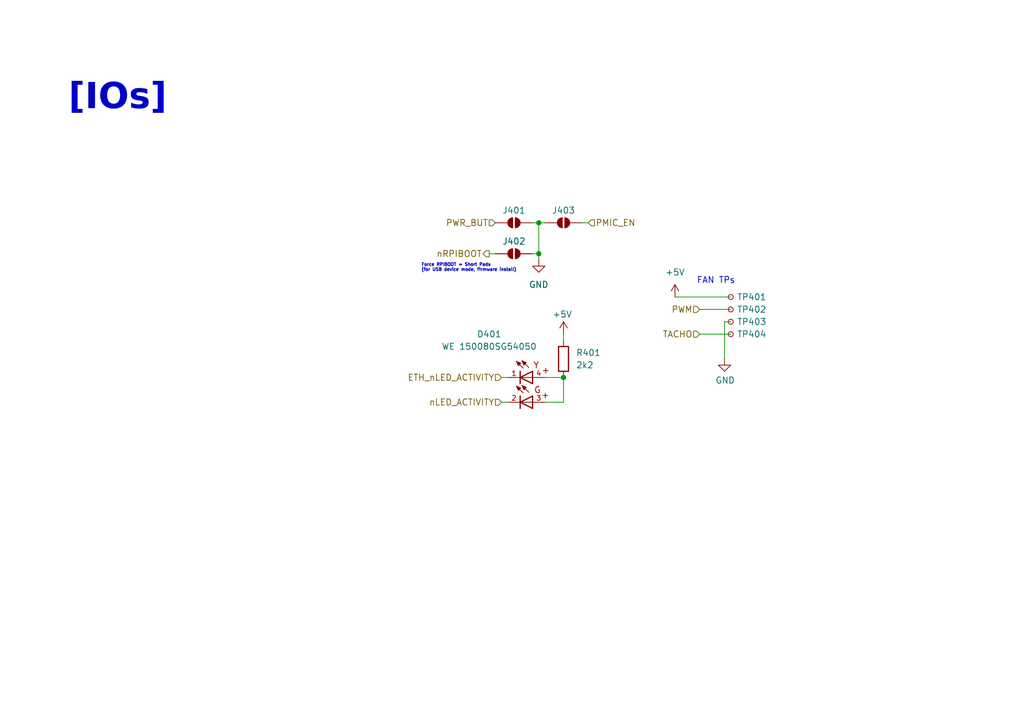
<source format=kicad_sch>
(kicad_sch (version 20231120) (generator "eeschema") (generator_version "8.0")
  (paper "A5")
  (title_block (title "bac SBC Raspberry Pi CM5 Carrier Board v1") (date "2025-03-23") (rev "1") (company "Build a CubeSat") (comment 1 "Original: P. Colangeli, respin: M. Imboden") (comment 2 "CERN-OHL-S-2.0") (comment 3 "https://buildacubesat.space") (comment 4 "Respun from \"CM5 MINIMA REV2\" by Pierluigi Colangeli") (comment 5 "https://github.com/piecol/CM5_MINIMA_REV2") (comment 6 "Thanks, Pier!"))
  (lib_symbols
    (symbol "Connector:TestPoint_Small" (pin_numbers hide) (pin_names (offset 0.762) hide)
      (property "Reference" "TP" (at 0 3.81 0))
      (property "Value" "TestPoint_Small" (at 0 2.032 0))
      (symbol "TestPoint_Small_0_1"
        (circle (center 0 0) (radius 0.508))
      )
      (symbol "TestPoint_Small_1_1"
        (pin passive line (at 0 0 90) (length 0) (name "1") (number "1"))
      )
    )
    (symbol "Device:R" (pin_numbers hide) (pin_names (offset 0))
      (property "Reference" "R" (at 2.032 0 90))
      (property "Value" "R" (at 0 0 90))
      (symbol "R_0_1"
        (rectangle (start -1.016 -2.54) (end 1.016 2.54) (stroke (width 0.254)))
      )
      (symbol "R_1_1"
        (pin passive line (at 0 3.81 270) (length 1.27) (name "~") (number "1"))
        (pin passive line (at 0 -3.81 90) (length 1.27) (name "~") (number "2"))
      )
    )
    (symbol "Jumper:SolderJumper_2_Open" (pin_numbers hide) (pin_names (offset 0) hide) (exclude_from_sim yes) (in_bom no)
      (property "Reference" "JP" (at 0 2.032 0))
      (property "Value" "SolderJumper_2_Open" (at 0 -2.54 0))
      (symbol "SolderJumper_2_Open_0_1"
        (arc (start -0.254 1.016) (mid -1.2656 0) (end -0.254 -1.016))
        (arc (start -0.254 1.016) (mid -1.2656 0) (end -0.254 -1.016) (fill (type outline)))
        (polyline (pts (xy -0.254 1.016) (xy -0.254 -1.016)))
        (polyline (pts (xy 0.254 1.016) (xy 0.254 -1.016)))
        (arc (start 0.254 -1.016) (mid 1.2656 0) (end 0.254 1.016))
        (arc (start 0.254 -1.016) (mid 1.2656 0) (end 0.254 1.016) (fill (type outline)))
      )
      (symbol "SolderJumper_2_Open_1_1"
        (pin passive line (at -3.81 0 0) (length 2.54) (name "A") (number "1"))
        (pin passive line (at 3.81 0 180) (length 2.54) (name "B") (number "2"))
      )
    )
    (symbol "bac MicroMod Main Board v1:WE 150080YV54050" (pin_names (offset 1.016))
      (property "Reference" "D" (at 0 7.112 0))
      (property "Value" "WE 150080YV54050" (at 0 -5.988 0))
      (symbol "WE 150080YV54050_0_0"
        (polyline (pts (xy -2.54 -3.81) (xy -2.54 -2.54)) (stroke (width 0.254)))
        (polyline (pts (xy -2.54 -2.54) (xy -2.54 -1.27)) (stroke (width 0.254)))
        (polyline (pts (xy -2.54 -2.54) (xy 0 -1.27)) (stroke (width 0.254)))
        (polyline (pts (xy -2.54 1.27) (xy -2.54 2.54)) (stroke (width 0.254)))
        (polyline (pts (xy -2.54 2.54) (xy -2.54 3.81)) (stroke (width 0.254)))
        (polyline (pts (xy -2.54 2.54) (xy 0 3.81)) (stroke (width 0.254)))
        (polyline (pts (xy -1.905 -0.635) (xy -3.302 0.762)) (stroke (width 0.1524)))
        (polyline (pts (xy -1.905 4.445) (xy -3.302 5.842)) (stroke (width 0.1524)))
        (polyline (pts (xy -0.762 -0.508) (xy -2.159 0.889)) (stroke (width 0.1524)))
        (polyline (pts (xy -0.762 4.572) (xy -2.159 5.969)) (stroke (width 0.1524)))
        (polyline (pts (xy 0 -3.81) (xy -2.54 -2.54)) (stroke (width 0.254)))
        (polyline (pts (xy 0 -3.81) (xy 0 -2.54)) (stroke (width 0.254)))
        (polyline (pts (xy 0 -2.54) (xy -2.54 -2.54)) (stroke (width 0.1524)))
        (polyline (pts (xy 0 -2.54) (xy 0 -1.27)) (stroke (width 0.254)))
        (polyline (pts (xy 0 1.27) (xy -2.54 2.54)) (stroke (width 0.254)))
        (polyline (pts (xy 0 1.27) (xy 0 2.54)) (stroke (width 0.254)))
        (polyline (pts (xy 0 2.54) (xy -2.54 2.54)) (stroke (width 0.1524)))
        (polyline (pts (xy 0 2.54) (xy 0 3.81)) (stroke (width 0.254)))
        (polyline (pts (xy -3.302 0.762) (xy -2.413 0.381) (xy -2.921 -0.127) (xy -3.302 0.762)) (stroke (width 0.1524)) (fill (type outline)))
        (polyline (pts (xy -3.302 5.842) (xy -2.413 5.461) (xy -2.921 4.953) (xy -3.302 5.842)) (stroke (width 0.1524)) (fill (type outline)))
        (polyline (pts (xy -2.159 0.889) (xy -1.27 0.508) (xy -1.778 0) (xy -2.159 0.889)) (stroke (width 0.1524)) (fill (type outline)))
        (polyline (pts (xy -2.159 5.969) (xy -1.27 5.588) (xy -1.778 5.08) (xy -2.159 5.969)) (stroke (width 0.1524)) (fill (type outline)))
        (text "+" (at 1.72 -1.8 0) (effects (font (size 1.27 1.27)) (justify left bottom)))
        (text "+" (at 1.82 3.3 0) (effects (font (size 1.27 1.27)) (justify left bottom)))
        (pin passive line (at -5.08 2.54 0) (length 2.54) (name "~") (number "1"))
        (pin passive line (at -5.08 -2.54 0) (length 2.54) (name "~") (number "2"))
        (pin passive line (at 2.54 -2.54 180) (length 2.54) (name "~") (number "3"))
        (pin passive line (at 2.54 2.54 180) (length 2.54) (name "~") (number "4"))
      )
      (symbol "WE 150080YV54050_1_1"
        (text "G" (at 1.016 0 0) (effects (font (size 1.27 1.27))))
        (text "Y" (at 0.762 5.08 0) (effects (font (size 1.27 1.27))))
      )
    )
    (symbol "power:+5V" (power) (pin_numbers hide) (pin_names (offset 0) hide)
      (property "Value" "+5V" (at 0 3.556 0))
      (symbol "+5V_0_1"
        (polyline (pts (xy -0.762 1.27) (xy 0 2.54)))
        (polyline (pts (xy 0 0) (xy 0 2.54)))
        (polyline (pts (xy 0 2.54) (xy 0.762 1.27)))
      )
      (symbol "+5V_1_1"
        (pin power_in line (at 0 0 90) (length 0) (name "~") (number "1"))
      )
    )
    (symbol "power:GND" (power) (pin_numbers hide) (pin_names (offset 0) hide)
      (property "Value" "GND" (at 0 -3.81 0))
      (symbol "GND_0_1"
        (polyline (pts (xy 0 0) (xy 0 -1.27) (xy 1.27 -1.27) (xy 0 -2.54) (xy -1.27 -1.27) (xy 0 -1.27)))
      )
      (symbol "GND_1_1"
        (pin power_in line (at 0 0 270) (length 0) (name "~") (number "1"))
      )
    )
  )
  (junction (at 110.49 52.07))
  (junction (at 115.57 77.47))
  (junction (at 110.49 45.72))
  (wire (pts (xy 111.76 45.72) (xy 110.49 45.72)))
  (wire (pts (xy 143.51 63.5) (xy 149.86 63.5)))
  (wire (pts (xy 115.57 77.47) (xy 111.76 77.47)))
  (wire (pts (xy 143.51 68.58) (xy 149.86 68.58)))
  (wire (pts (xy 115.57 82.55) (xy 111.76 82.55)))
  (wire (pts (xy 149.86 66.04) (xy 148.59 66.04)))
  (wire (pts (xy 110.49 45.72) (xy 110.49 52.07)))
  (wire (pts (xy 115.57 77.47) (xy 115.57 82.55)))
  (wire (pts (xy 120.65 45.72) (xy 119.38 45.72)))
  (wire (pts (xy 110.49 53.34) (xy 110.49 52.07)))
  (wire (pts (xy 102.87 77.47) (xy 104.14 77.47)))
  (wire (pts (xy 102.87 82.55) (xy 104.14 82.55)))
  (wire (pts (xy 110.49 45.72) (xy 109.22 45.72)))
  (wire (pts (xy 110.49 52.07) (xy 109.22 52.07)))
  (wire (pts (xy 115.57 69.85) (xy 115.57 68.58)))
  (wire (pts (xy 100.33 52.07) (xy 101.6 52.07)))
  (wire (pts (xy 138.43 60.96) (xy 149.86 60.96)))
  (wire (pts (xy 148.59 66.04) (xy 148.59 73.66)))
  (text "Force RPIBOOT = Short Pads \n(for USB device mode, firmware install)" (at 86.36 55.88 0) (effects (font (size 0.635 0.635)) (justify left bottom)))
  (text "FAN TPs" (at 142.875 58.42 0) (effects (font (size 1.27 1.27)) (justify left bottom)))
  (text "[IOs]" (at 24.13 21.59 0) (effects (font (size 5.27 5.27) (bold yes))))
  (hierarchical_label "TACHO" (shape input) (at 143.51 68.58 180))
  (hierarchical_label "nLED_ACTIVITY" (shape input) (at 102.87 82.55 180))
  (hierarchical_label "ETH_nLED_ACTIVITY" (shape input) (at 102.87 77.47 180))
  (hierarchical_label "PMIC_EN" (shape input) (at 120.65 45.72 0))
  (hierarchical_label "PWR_BUT" (shape input) (at 101.6 45.72 180))
  (hierarchical_label "nRPIBOOT" (shape output) (at 100.33 52.07 180))
  (hierarchical_label "PWM" (shape input) (at 143.51 63.5 180))
  (symbol (lib_id "power:+5V") (at 138.43 60.96 0) (unit 1)
    (property "Reference" "#PWR0403" (effects (hide yes)))
    (property "Value" "+5V" (at 138.43 55.88 0))
    (property "Description" "Power symbol creates a global label with name \"+5V\"" (effects (hide yes)))
  )
  (symbol (lib_id "power:+5V") (at 115.57 68.58 0) (unit 1)
    (property "Reference" "#PWR0402" (effects (hide yes)))
    (property "Value" "+5V" (at 115.316 64.516 0))
    (property "Description" "Power symbol creates a global label with name \"+5V\"" (effects (hide yes)))
  )
  (symbol (lib_id "bac MicroMod Main Board v1:WE 150080YV54050") (at 109.22 80.01 0) (unit 1)
    (property "Reference" "D401" (at 100.33 68.58 0))
    (property "Value" "WE 150080SG54050" (at 100.33 71.12 0))
    (property "Footprint" "bac MicroMod Main Board v1:WE-150080XX54050" (effects (hide yes)))
    (property "Datasheet" "https://www.we-online.com/components/products/datasheet/150080YV54050.pdf" (effects (hide yes)))
    (property "Description" "Green, Yellow 573nm Green, 589nm Yellow LED Indication - Discrete 2V Green, 2V Yellow 0805 (2012 Metric)" (effects (hide yes)))
  )
  (symbol (lib_id "Device:R") (at 115.57 73.66 0) (unit 1)
    (property "Reference" "R401" (at 118.11 72.3899 0) (effects (justify left)))
    (property "Value" "2k2" (at 118.11 74.9299 0) (effects (justify left)))
    (property "Footprint" "Resistor_SMD:R_0603_1608Metric" (effects (hide yes)))
    (property "Package" "0402" (effects (hide yes)))
  )
  (symbol (lib_id "Connector:TestPoint_Small") (at 149.86 68.58 0) (unit 1) (in_bom no)
    (property "Reference" "TP404" (at 151.13 68.58 0) (effects (justify left)))
    (property "Value" "GND" (effects (hide yes)))
    (property "Footprint" "TestPoint:TestPoint_THTPad_D1.0mm_Drill0.5mm" (effects (hide yes)))
    (property "Description" "test point" (effects (hide yes)))
  )
  (symbol (lib_id "Connector:TestPoint_Small") (at 149.86 66.04 0) (unit 1) (in_bom no)
    (property "Reference" "TP403" (at 151.13 66.04 0) (effects (justify left)))
    (property "Value" "GND" (effects (hide yes)))
    (property "Footprint" "TestPoint:TestPoint_THTPad_D1.0mm_Drill0.5mm" (effects (hide yes)))
    (property "Description" "test point" (effects (hide yes)))
  )
  (symbol (lib_id "power:GND") (at 148.59 73.66 0) (unit 1)
    (property "Reference" "#PWR0404" (effects (hide yes)))
    (property "Value" "GND" (at 148.717 78.0542 0))
    (property "Description" "Power symbol creates a global label with name \"GND\" , ground" (effects (hide yes)))
  )
  (symbol (lib_id "power:GND") (at 110.49 53.34 0) (mirror y) (unit 1)
    (property "Reference" "#PWR0401" (effects (hide yes)))
    (property "Value" "GND" (at 110.49 58.42 0))
  )
  (symbol (lib_id "Jumper:SolderJumper_2_Open") (at 105.41 52.07 0) (mirror y) (unit 1) (exclude_from_sim yes) (in_bom no)
    (property "Reference" "J402" (at 105.41 49.53 0))
    (property "Value" "SolderJumper_2_Open" (effects (hide yes)))
    (property "Footprint" "Jumper:SolderJumper-2_P1.3mm_Open_RoundedPad1.0x1.5mm" (effects (hide yes)))
    (property "Description" "Solder Jumper, 2-pole, open" (effects (hide yes)))
  )
  (symbol (lib_id "Jumper:SolderJumper_2_Open") (at 105.41 45.72 0) (unit 1) (exclude_from_sim yes) (in_bom no)
    (property "Reference" "J401" (at 105.41 43.18 0))
    (property "Value" "SolderJumper_2_Open" (effects (hide yes)))
    (property "Footprint" "Jumper:SolderJumper-2_P1.3mm_Open_RoundedPad1.0x1.5mm" (effects (hide yes)))
    (property "Description" "Solder Jumper, 2-pole, open" (effects (hide yes)))
  )
  (symbol (lib_id "Connector:TestPoint_Small") (at 149.86 60.96 0) (unit 1) (in_bom no)
    (property "Reference" "TP401" (at 151.13 60.96 0) (effects (justify left)))
    (property "Value" "GND" (effects (hide yes)))
    (property "Footprint" "TestPoint:TestPoint_THTPad_D1.0mm_Drill0.5mm" (effects (hide yes)))
    (property "Description" "test point" (effects (hide yes)))
  )
  (symbol (lib_id "Jumper:SolderJumper_2_Open") (at 115.57 45.72 0) (mirror y) (unit 1) (exclude_from_sim yes) (in_bom no)
    (property "Reference" "J403" (at 115.57 43.18 0))
    (property "Value" "SolderJumper_2_Open" (effects (hide yes)))
    (property "Footprint" "Jumper:SolderJumper-2_P1.3mm_Open_RoundedPad1.0x1.5mm" (effects (hide yes)))
    (property "Description" "Solder Jumper, 2-pole, open" (effects (hide yes)))
  )
  (symbol (lib_id "Connector:TestPoint_Small") (at 149.86 63.5 0) (unit 1) (in_bom no)
    (property "Reference" "TP402" (at 151.13 63.5 0) (effects (justify left)))
    (property "Value" "GND" (effects (hide yes)))
    (property "Footprint" "TestPoint:TestPoint_THTPad_D1.0mm_Drill0.5mm" (effects (hide yes)))
    (property "Description" "test point" (effects (hide yes)))
  )
)
</source>
